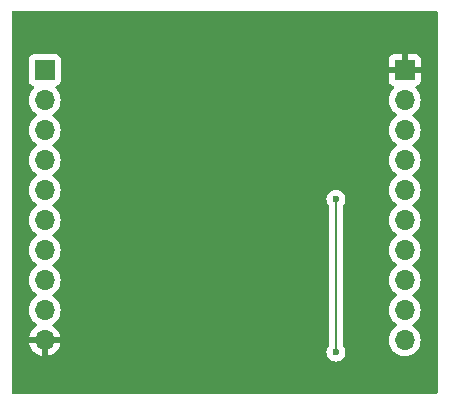
<source format=gbr>
%TF.GenerationSoftware,KiCad,Pcbnew,8.0.6*%
%TF.CreationDate,2025-04-09T16:55:17+02:00*%
%TF.ProjectId,stm32f205-breakout-board,73746d33-3266-4323-9035-2d627265616b,rev?*%
%TF.SameCoordinates,Original*%
%TF.FileFunction,Copper,L2,Bot*%
%TF.FilePolarity,Positive*%
%FSLAX46Y46*%
G04 Gerber Fmt 4.6, Leading zero omitted, Abs format (unit mm)*
G04 Created by KiCad (PCBNEW 8.0.6) date 2025-04-09 16:55:17*
%MOMM*%
%LPD*%
G01*
G04 APERTURE LIST*
%TA.AperFunction,ComponentPad*%
%ADD10R,1.700000X1.700000*%
%TD*%
%TA.AperFunction,ComponentPad*%
%ADD11O,1.700000X1.700000*%
%TD*%
%TA.AperFunction,ViaPad*%
%ADD12C,0.600000*%
%TD*%
%TA.AperFunction,Conductor*%
%ADD13C,0.200000*%
%TD*%
G04 APERTURE END LIST*
D10*
%TO.P,J2,1,Pin_1*%
%TO.N,/VSS*%
X48260000Y-165100000D03*
D11*
%TO.P,J2,2,Pin_2*%
%TO.N,unconnected-(J2-Pin_2-Pad2)*%
X48260000Y-167640000D03*
%TO.P,J2,3,Pin_3*%
%TO.N,/BOOT0*%
X48260000Y-170180000D03*
%TO.P,J2,4,Pin_4*%
%TO.N,/SWO*%
X48260000Y-172720000D03*
%TO.P,J2,5,Pin_5*%
%TO.N,/USART3_RX_*%
X48260000Y-175260000D03*
%TO.P,J2,6,Pin_6*%
%TO.N,/USART3_TX_*%
X48260000Y-177800000D03*
%TO.P,J2,7,Pin_7*%
%TO.N,/SWCLK*%
X48260000Y-180340000D03*
%TO.P,J2,8,Pin_8*%
%TO.N,/V_CAP*%
X48260000Y-182880000D03*
%TO.P,J2,9,Pin_9*%
%TO.N,/SWDIO*%
X48260000Y-185420000D03*
%TO.P,J2,10,Pin_10*%
%TO.N,/VDD*%
X48260000Y-187960000D03*
%TD*%
D10*
%TO.P,J1,1,Pin_1*%
%TO.N,/VDD*%
X17780000Y-165100000D03*
D11*
%TO.P,J1,2,Pin_2*%
%TO.N,/NRST*%
X17780000Y-167640000D03*
%TO.P,J1,3,Pin_3*%
%TO.N,/BOOT1*%
X17780000Y-170180000D03*
%TO.P,J1,4,Pin_4*%
%TO.N,/USART3_TX*%
X17780000Y-172720000D03*
%TO.P,J1,5,Pin_5*%
%TO.N,/USART3_RX*%
X17780000Y-175260000D03*
%TO.P,J1,6,Pin_6*%
%TO.N,/V_CAP*%
X17780000Y-177800000D03*
%TO.P,J1,7,Pin_7*%
%TO.N,/USART1_TX*%
X17780000Y-180340000D03*
%TO.P,J1,8,Pin_8*%
%TO.N,/USART1_RX*%
X17780000Y-182880000D03*
%TO.P,J1,9,Pin_9*%
%TO.N,unconnected-(J1-Pin_9-Pad9)*%
X17780000Y-185420000D03*
%TO.P,J1,10,Pin_10*%
%TO.N,/VSS*%
X17780000Y-187960000D03*
%TD*%
D12*
%TO.N,/VDD*%
X42440000Y-188976000D03*
X42440000Y-176022000D03*
%TD*%
D13*
%TO.N,/VDD*%
X42440000Y-176022000D02*
X42440000Y-188976000D01*
%TD*%
%TA.AperFunction,Conductor*%
%TO.N,/VSS*%
G36*
X50982539Y-160079641D02*
G01*
X51028294Y-160132445D01*
X51039500Y-160183956D01*
X51039500Y-192415500D01*
X51019815Y-192482539D01*
X50967011Y-192528294D01*
X50915500Y-192539500D01*
X15124500Y-192539500D01*
X15057461Y-192519815D01*
X15011706Y-192467011D01*
X15000500Y-192415500D01*
X15000500Y-167639999D01*
X16424341Y-167639999D01*
X16424341Y-167640000D01*
X16444936Y-167875403D01*
X16444938Y-167875413D01*
X16506094Y-168103655D01*
X16506096Y-168103659D01*
X16506097Y-168103663D01*
X16605965Y-168317830D01*
X16605967Y-168317834D01*
X16741501Y-168511395D01*
X16741506Y-168511402D01*
X16908597Y-168678493D01*
X16908603Y-168678498D01*
X17094158Y-168808425D01*
X17137783Y-168863002D01*
X17144977Y-168932500D01*
X17113454Y-168994855D01*
X17094158Y-169011575D01*
X16908597Y-169141505D01*
X16741505Y-169308597D01*
X16605965Y-169502169D01*
X16605964Y-169502171D01*
X16506098Y-169716335D01*
X16506094Y-169716344D01*
X16444938Y-169944586D01*
X16444936Y-169944596D01*
X16424341Y-170179999D01*
X16424341Y-170180000D01*
X16444936Y-170415403D01*
X16444938Y-170415413D01*
X16506094Y-170643655D01*
X16506096Y-170643659D01*
X16506097Y-170643663D01*
X16605965Y-170857830D01*
X16605967Y-170857834D01*
X16741501Y-171051395D01*
X16741506Y-171051402D01*
X16908597Y-171218493D01*
X16908603Y-171218498D01*
X17094158Y-171348425D01*
X17137783Y-171403002D01*
X17144977Y-171472500D01*
X17113454Y-171534855D01*
X17094158Y-171551575D01*
X16908597Y-171681505D01*
X16741505Y-171848597D01*
X16605965Y-172042169D01*
X16605964Y-172042171D01*
X16506098Y-172256335D01*
X16506094Y-172256344D01*
X16444938Y-172484586D01*
X16444936Y-172484596D01*
X16424341Y-172719999D01*
X16424341Y-172720000D01*
X16444936Y-172955403D01*
X16444938Y-172955413D01*
X16506094Y-173183655D01*
X16506096Y-173183659D01*
X16506097Y-173183663D01*
X16605965Y-173397830D01*
X16605967Y-173397834D01*
X16741501Y-173591395D01*
X16741506Y-173591402D01*
X16908597Y-173758493D01*
X16908603Y-173758498D01*
X17094158Y-173888425D01*
X17137783Y-173943002D01*
X17144977Y-174012500D01*
X17113454Y-174074855D01*
X17094158Y-174091575D01*
X16908597Y-174221505D01*
X16741505Y-174388597D01*
X16605965Y-174582169D01*
X16605964Y-174582171D01*
X16506098Y-174796335D01*
X16506094Y-174796344D01*
X16444938Y-175024586D01*
X16444936Y-175024596D01*
X16424341Y-175259999D01*
X16424341Y-175260000D01*
X16444936Y-175495403D01*
X16444938Y-175495413D01*
X16506094Y-175723655D01*
X16506096Y-175723659D01*
X16506097Y-175723663D01*
X16605965Y-175937830D01*
X16605967Y-175937834D01*
X16741501Y-176131395D01*
X16741506Y-176131402D01*
X16908597Y-176298493D01*
X16908603Y-176298498D01*
X17094158Y-176428425D01*
X17137783Y-176483002D01*
X17144977Y-176552500D01*
X17113454Y-176614855D01*
X17094158Y-176631575D01*
X16908597Y-176761505D01*
X16741505Y-176928597D01*
X16605965Y-177122169D01*
X16605964Y-177122171D01*
X16506098Y-177336335D01*
X16506094Y-177336344D01*
X16444938Y-177564586D01*
X16444936Y-177564596D01*
X16424341Y-177799999D01*
X16424341Y-177800000D01*
X16444936Y-178035403D01*
X16444938Y-178035413D01*
X16506094Y-178263655D01*
X16506096Y-178263659D01*
X16506097Y-178263663D01*
X16605965Y-178477830D01*
X16605967Y-178477834D01*
X16741501Y-178671395D01*
X16741506Y-178671402D01*
X16908597Y-178838493D01*
X16908603Y-178838498D01*
X17094158Y-178968425D01*
X17137783Y-179023002D01*
X17144977Y-179092500D01*
X17113454Y-179154855D01*
X17094158Y-179171575D01*
X16908597Y-179301505D01*
X16741505Y-179468597D01*
X16605965Y-179662169D01*
X16605964Y-179662171D01*
X16506098Y-179876335D01*
X16506094Y-179876344D01*
X16444938Y-180104586D01*
X16444936Y-180104596D01*
X16424341Y-180339999D01*
X16424341Y-180340000D01*
X16444936Y-180575403D01*
X16444938Y-180575413D01*
X16506094Y-180803655D01*
X16506096Y-180803659D01*
X16506097Y-180803663D01*
X16605965Y-181017830D01*
X16605967Y-181017834D01*
X16741501Y-181211395D01*
X16741506Y-181211402D01*
X16908597Y-181378493D01*
X16908603Y-181378498D01*
X17094158Y-181508425D01*
X17137783Y-181563002D01*
X17144977Y-181632500D01*
X17113454Y-181694855D01*
X17094158Y-181711575D01*
X16908597Y-181841505D01*
X16741505Y-182008597D01*
X16605965Y-182202169D01*
X16605964Y-182202171D01*
X16506098Y-182416335D01*
X16506094Y-182416344D01*
X16444938Y-182644586D01*
X16444936Y-182644596D01*
X16424341Y-182879999D01*
X16424341Y-182880000D01*
X16444936Y-183115403D01*
X16444938Y-183115413D01*
X16506094Y-183343655D01*
X16506096Y-183343659D01*
X16506097Y-183343663D01*
X16605965Y-183557830D01*
X16605967Y-183557834D01*
X16741501Y-183751395D01*
X16741506Y-183751402D01*
X16908597Y-183918493D01*
X16908603Y-183918498D01*
X17094158Y-184048425D01*
X17137783Y-184103002D01*
X17144977Y-184172500D01*
X17113454Y-184234855D01*
X17094158Y-184251575D01*
X16908597Y-184381505D01*
X16741505Y-184548597D01*
X16605965Y-184742169D01*
X16605964Y-184742171D01*
X16506098Y-184956335D01*
X16506094Y-184956344D01*
X16444938Y-185184586D01*
X16444936Y-185184596D01*
X16424341Y-185419999D01*
X16424341Y-185420000D01*
X16444936Y-185655403D01*
X16444938Y-185655413D01*
X16506094Y-185883655D01*
X16506096Y-185883659D01*
X16506097Y-185883663D01*
X16605965Y-186097830D01*
X16605967Y-186097834D01*
X16741501Y-186291395D01*
X16741506Y-186291402D01*
X16908597Y-186458493D01*
X16908603Y-186458498D01*
X17094594Y-186588730D01*
X17138219Y-186643307D01*
X17145413Y-186712805D01*
X17113890Y-186775160D01*
X17094595Y-186791880D01*
X16908922Y-186921890D01*
X16908920Y-186921891D01*
X16741891Y-187088920D01*
X16741886Y-187088926D01*
X16606400Y-187282420D01*
X16606399Y-187282422D01*
X16506570Y-187496507D01*
X16506567Y-187496513D01*
X16449364Y-187709999D01*
X16449364Y-187710000D01*
X17346988Y-187710000D01*
X17314075Y-187767007D01*
X17280000Y-187894174D01*
X17280000Y-188025826D01*
X17314075Y-188152993D01*
X17346988Y-188210000D01*
X16449364Y-188210000D01*
X16506567Y-188423486D01*
X16506570Y-188423492D01*
X16606399Y-188637578D01*
X16741894Y-188831082D01*
X16908917Y-188998105D01*
X17102421Y-189133600D01*
X17316507Y-189233429D01*
X17316516Y-189233433D01*
X17530000Y-189290634D01*
X17530000Y-188393012D01*
X17587007Y-188425925D01*
X17714174Y-188460000D01*
X17845826Y-188460000D01*
X17972993Y-188425925D01*
X18030000Y-188393012D01*
X18030000Y-189290633D01*
X18243483Y-189233433D01*
X18243492Y-189233429D01*
X18457578Y-189133600D01*
X18651082Y-188998105D01*
X18818105Y-188831082D01*
X18953600Y-188637578D01*
X19053429Y-188423492D01*
X19053432Y-188423486D01*
X19110636Y-188210000D01*
X18213012Y-188210000D01*
X18245925Y-188152993D01*
X18280000Y-188025826D01*
X18280000Y-187894174D01*
X18245925Y-187767007D01*
X18213012Y-187710000D01*
X19110636Y-187710000D01*
X19110635Y-187709999D01*
X19053432Y-187496513D01*
X19053429Y-187496507D01*
X18953600Y-187282422D01*
X18953599Y-187282420D01*
X18818113Y-187088926D01*
X18818108Y-187088920D01*
X18651078Y-186921890D01*
X18465405Y-186791879D01*
X18421780Y-186737302D01*
X18414588Y-186667804D01*
X18446110Y-186605449D01*
X18465406Y-186588730D01*
X18465842Y-186588425D01*
X18651401Y-186458495D01*
X18818495Y-186291401D01*
X18954035Y-186097830D01*
X19053903Y-185883663D01*
X19115063Y-185655408D01*
X19135659Y-185420000D01*
X19115063Y-185184592D01*
X19053903Y-184956337D01*
X18954035Y-184742171D01*
X18818495Y-184548599D01*
X18818494Y-184548597D01*
X18651402Y-184381506D01*
X18651396Y-184381501D01*
X18465842Y-184251575D01*
X18422217Y-184196998D01*
X18415023Y-184127500D01*
X18446546Y-184065145D01*
X18465842Y-184048425D01*
X18488026Y-184032891D01*
X18651401Y-183918495D01*
X18818495Y-183751401D01*
X18954035Y-183557830D01*
X19053903Y-183343663D01*
X19115063Y-183115408D01*
X19135659Y-182880000D01*
X19115063Y-182644592D01*
X19053903Y-182416337D01*
X18954035Y-182202171D01*
X18818495Y-182008599D01*
X18818494Y-182008597D01*
X18651402Y-181841506D01*
X18651396Y-181841501D01*
X18465842Y-181711575D01*
X18422217Y-181656998D01*
X18415023Y-181587500D01*
X18446546Y-181525145D01*
X18465842Y-181508425D01*
X18488026Y-181492891D01*
X18651401Y-181378495D01*
X18818495Y-181211401D01*
X18954035Y-181017830D01*
X19053903Y-180803663D01*
X19115063Y-180575408D01*
X19135659Y-180340000D01*
X19115063Y-180104592D01*
X19053903Y-179876337D01*
X18954035Y-179662171D01*
X18818495Y-179468599D01*
X18818494Y-179468597D01*
X18651402Y-179301506D01*
X18651396Y-179301501D01*
X18465842Y-179171575D01*
X18422217Y-179116998D01*
X18415023Y-179047500D01*
X18446546Y-178985145D01*
X18465842Y-178968425D01*
X18488026Y-178952891D01*
X18651401Y-178838495D01*
X18818495Y-178671401D01*
X18954035Y-178477830D01*
X19053903Y-178263663D01*
X19115063Y-178035408D01*
X19135659Y-177800000D01*
X19115063Y-177564592D01*
X19053903Y-177336337D01*
X18954035Y-177122171D01*
X18818495Y-176928599D01*
X18818494Y-176928597D01*
X18651402Y-176761506D01*
X18651396Y-176761501D01*
X18465842Y-176631575D01*
X18422217Y-176576998D01*
X18415023Y-176507500D01*
X18446546Y-176445145D01*
X18465842Y-176428425D01*
X18547106Y-176371523D01*
X18651401Y-176298495D01*
X18818495Y-176131401D01*
X18895101Y-176021996D01*
X41634435Y-176021996D01*
X41634435Y-176022003D01*
X41654630Y-176201249D01*
X41654631Y-176201254D01*
X41714211Y-176371523D01*
X41810185Y-176524263D01*
X41812445Y-176527097D01*
X41813334Y-176529275D01*
X41813889Y-176530158D01*
X41813734Y-176530255D01*
X41838855Y-176591783D01*
X41839500Y-176604412D01*
X41839500Y-188393587D01*
X41819815Y-188460626D01*
X41812450Y-188470896D01*
X41810186Y-188473734D01*
X41714211Y-188626476D01*
X41654631Y-188796745D01*
X41654630Y-188796750D01*
X41634435Y-188975996D01*
X41634435Y-188976003D01*
X41654630Y-189155249D01*
X41654631Y-189155254D01*
X41714211Y-189325523D01*
X41810184Y-189478262D01*
X41937738Y-189605816D01*
X42090478Y-189701789D01*
X42260745Y-189761368D01*
X42260750Y-189761369D01*
X42439996Y-189781565D01*
X42440000Y-189781565D01*
X42440004Y-189781565D01*
X42619249Y-189761369D01*
X42619252Y-189761368D01*
X42619255Y-189761368D01*
X42789522Y-189701789D01*
X42942262Y-189605816D01*
X43069816Y-189478262D01*
X43165789Y-189325522D01*
X43225368Y-189155255D01*
X43227759Y-189134034D01*
X43245565Y-188976003D01*
X43245565Y-188975996D01*
X43225369Y-188796750D01*
X43225368Y-188796745D01*
X43165789Y-188626478D01*
X43069816Y-188473738D01*
X43069814Y-188473736D01*
X43069813Y-188473734D01*
X43067550Y-188470896D01*
X43066659Y-188468715D01*
X43066111Y-188467842D01*
X43066264Y-188467745D01*
X43041144Y-188406209D01*
X43040500Y-188393587D01*
X43040500Y-176604412D01*
X43060185Y-176537373D01*
X43067555Y-176527097D01*
X43069810Y-176524267D01*
X43069816Y-176524262D01*
X43165789Y-176371522D01*
X43225368Y-176201255D01*
X43225369Y-176201249D01*
X43245565Y-176022003D01*
X43245565Y-176021996D01*
X43225369Y-175842750D01*
X43225368Y-175842745D01*
X43183699Y-175723663D01*
X43165789Y-175672478D01*
X43069816Y-175519738D01*
X42942262Y-175392184D01*
X42789523Y-175296211D01*
X42619254Y-175236631D01*
X42619249Y-175236630D01*
X42440004Y-175216435D01*
X42439996Y-175216435D01*
X42260750Y-175236630D01*
X42260745Y-175236631D01*
X42090476Y-175296211D01*
X41937737Y-175392184D01*
X41810184Y-175519737D01*
X41714211Y-175672476D01*
X41654631Y-175842745D01*
X41654630Y-175842750D01*
X41634435Y-176021996D01*
X18895101Y-176021996D01*
X18954035Y-175937830D01*
X19053903Y-175723663D01*
X19115063Y-175495408D01*
X19135659Y-175260000D01*
X19115063Y-175024592D01*
X19053903Y-174796337D01*
X18954035Y-174582171D01*
X18818495Y-174388599D01*
X18818494Y-174388597D01*
X18651402Y-174221506D01*
X18651396Y-174221501D01*
X18465842Y-174091575D01*
X18422217Y-174036998D01*
X18415023Y-173967500D01*
X18446546Y-173905145D01*
X18465842Y-173888425D01*
X18488026Y-173872891D01*
X18651401Y-173758495D01*
X18818495Y-173591401D01*
X18954035Y-173397830D01*
X19053903Y-173183663D01*
X19115063Y-172955408D01*
X19135659Y-172720000D01*
X19115063Y-172484592D01*
X19053903Y-172256337D01*
X18954035Y-172042171D01*
X18818495Y-171848599D01*
X18818494Y-171848597D01*
X18651402Y-171681506D01*
X18651396Y-171681501D01*
X18465842Y-171551575D01*
X18422217Y-171496998D01*
X18415023Y-171427500D01*
X18446546Y-171365145D01*
X18465842Y-171348425D01*
X18488026Y-171332891D01*
X18651401Y-171218495D01*
X18818495Y-171051401D01*
X18954035Y-170857830D01*
X19053903Y-170643663D01*
X19115063Y-170415408D01*
X19135659Y-170180000D01*
X19115063Y-169944592D01*
X19053903Y-169716337D01*
X18954035Y-169502171D01*
X18818495Y-169308599D01*
X18818494Y-169308597D01*
X18651402Y-169141506D01*
X18651396Y-169141501D01*
X18465842Y-169011575D01*
X18422217Y-168956998D01*
X18415023Y-168887500D01*
X18446546Y-168825145D01*
X18465842Y-168808425D01*
X18488026Y-168792891D01*
X18651401Y-168678495D01*
X18818495Y-168511401D01*
X18954035Y-168317830D01*
X19053903Y-168103663D01*
X19115063Y-167875408D01*
X19135659Y-167640000D01*
X19135659Y-167639999D01*
X46904341Y-167639999D01*
X46904341Y-167640000D01*
X46924936Y-167875403D01*
X46924938Y-167875413D01*
X46986094Y-168103655D01*
X46986096Y-168103659D01*
X46986097Y-168103663D01*
X47085965Y-168317830D01*
X47085967Y-168317834D01*
X47221501Y-168511395D01*
X47221506Y-168511402D01*
X47388597Y-168678493D01*
X47388603Y-168678498D01*
X47574158Y-168808425D01*
X47617783Y-168863002D01*
X47624977Y-168932500D01*
X47593454Y-168994855D01*
X47574158Y-169011575D01*
X47388597Y-169141505D01*
X47221505Y-169308597D01*
X47085965Y-169502169D01*
X47085964Y-169502171D01*
X46986098Y-169716335D01*
X46986094Y-169716344D01*
X46924938Y-169944586D01*
X46924936Y-169944596D01*
X46904341Y-170179999D01*
X46904341Y-170180000D01*
X46924936Y-170415403D01*
X46924938Y-170415413D01*
X46986094Y-170643655D01*
X46986096Y-170643659D01*
X46986097Y-170643663D01*
X47085965Y-170857830D01*
X47085967Y-170857834D01*
X47221501Y-171051395D01*
X47221506Y-171051402D01*
X47388597Y-171218493D01*
X47388603Y-171218498D01*
X47574158Y-171348425D01*
X47617783Y-171403002D01*
X47624977Y-171472500D01*
X47593454Y-171534855D01*
X47574158Y-171551575D01*
X47388597Y-171681505D01*
X47221505Y-171848597D01*
X47085965Y-172042169D01*
X47085964Y-172042171D01*
X46986098Y-172256335D01*
X46986094Y-172256344D01*
X46924938Y-172484586D01*
X46924936Y-172484596D01*
X46904341Y-172719999D01*
X46904341Y-172720000D01*
X46924936Y-172955403D01*
X46924938Y-172955413D01*
X46986094Y-173183655D01*
X46986096Y-173183659D01*
X46986097Y-173183663D01*
X47085965Y-173397830D01*
X47085967Y-173397834D01*
X47221501Y-173591395D01*
X47221506Y-173591402D01*
X47388597Y-173758493D01*
X47388603Y-173758498D01*
X47574158Y-173888425D01*
X47617783Y-173943002D01*
X47624977Y-174012500D01*
X47593454Y-174074855D01*
X47574158Y-174091575D01*
X47388597Y-174221505D01*
X47221505Y-174388597D01*
X47085965Y-174582169D01*
X47085964Y-174582171D01*
X46986098Y-174796335D01*
X46986094Y-174796344D01*
X46924938Y-175024586D01*
X46924936Y-175024596D01*
X46904341Y-175259999D01*
X46904341Y-175260000D01*
X46924936Y-175495403D01*
X46924938Y-175495413D01*
X46986094Y-175723655D01*
X46986096Y-175723659D01*
X46986097Y-175723663D01*
X47085965Y-175937830D01*
X47085967Y-175937834D01*
X47221501Y-176131395D01*
X47221506Y-176131402D01*
X47388597Y-176298493D01*
X47388603Y-176298498D01*
X47574158Y-176428425D01*
X47617783Y-176483002D01*
X47624977Y-176552500D01*
X47593454Y-176614855D01*
X47574158Y-176631575D01*
X47388597Y-176761505D01*
X47221505Y-176928597D01*
X47085965Y-177122169D01*
X47085964Y-177122171D01*
X46986098Y-177336335D01*
X46986094Y-177336344D01*
X46924938Y-177564586D01*
X46924936Y-177564596D01*
X46904341Y-177799999D01*
X46904341Y-177800000D01*
X46924936Y-178035403D01*
X46924938Y-178035413D01*
X46986094Y-178263655D01*
X46986096Y-178263659D01*
X46986097Y-178263663D01*
X47085965Y-178477830D01*
X47085967Y-178477834D01*
X47221501Y-178671395D01*
X47221506Y-178671402D01*
X47388597Y-178838493D01*
X47388603Y-178838498D01*
X47574158Y-178968425D01*
X47617783Y-179023002D01*
X47624977Y-179092500D01*
X47593454Y-179154855D01*
X47574158Y-179171575D01*
X47388597Y-179301505D01*
X47221505Y-179468597D01*
X47085965Y-179662169D01*
X47085964Y-179662171D01*
X46986098Y-179876335D01*
X46986094Y-179876344D01*
X46924938Y-180104586D01*
X46924936Y-180104596D01*
X46904341Y-180339999D01*
X46904341Y-180340000D01*
X46924936Y-180575403D01*
X46924938Y-180575413D01*
X46986094Y-180803655D01*
X46986096Y-180803659D01*
X46986097Y-180803663D01*
X47085965Y-181017830D01*
X47085967Y-181017834D01*
X47221501Y-181211395D01*
X47221506Y-181211402D01*
X47388597Y-181378493D01*
X47388603Y-181378498D01*
X47574158Y-181508425D01*
X47617783Y-181563002D01*
X47624977Y-181632500D01*
X47593454Y-181694855D01*
X47574158Y-181711575D01*
X47388597Y-181841505D01*
X47221505Y-182008597D01*
X47085965Y-182202169D01*
X47085964Y-182202171D01*
X46986098Y-182416335D01*
X46986094Y-182416344D01*
X46924938Y-182644586D01*
X46924936Y-182644596D01*
X46904341Y-182879999D01*
X46904341Y-182880000D01*
X46924936Y-183115403D01*
X46924938Y-183115413D01*
X46986094Y-183343655D01*
X46986096Y-183343659D01*
X46986097Y-183343663D01*
X47085965Y-183557830D01*
X47085967Y-183557834D01*
X47221501Y-183751395D01*
X47221506Y-183751402D01*
X47388597Y-183918493D01*
X47388603Y-183918498D01*
X47574158Y-184048425D01*
X47617783Y-184103002D01*
X47624977Y-184172500D01*
X47593454Y-184234855D01*
X47574158Y-184251575D01*
X47388597Y-184381505D01*
X47221505Y-184548597D01*
X47085965Y-184742169D01*
X47085964Y-184742171D01*
X46986098Y-184956335D01*
X46986094Y-184956344D01*
X46924938Y-185184586D01*
X46924936Y-185184596D01*
X46904341Y-185419999D01*
X46904341Y-185420000D01*
X46924936Y-185655403D01*
X46924938Y-185655413D01*
X46986094Y-185883655D01*
X46986096Y-185883659D01*
X46986097Y-185883663D01*
X47085965Y-186097830D01*
X47085967Y-186097834D01*
X47221501Y-186291395D01*
X47221506Y-186291402D01*
X47388597Y-186458493D01*
X47388603Y-186458498D01*
X47574158Y-186588425D01*
X47617783Y-186643002D01*
X47624977Y-186712500D01*
X47593454Y-186774855D01*
X47574158Y-186791575D01*
X47388597Y-186921505D01*
X47221505Y-187088597D01*
X47085965Y-187282169D01*
X47085964Y-187282171D01*
X46986098Y-187496335D01*
X46986094Y-187496344D01*
X46924938Y-187724586D01*
X46924936Y-187724596D01*
X46904341Y-187959999D01*
X46904341Y-187960000D01*
X46924936Y-188195403D01*
X46924938Y-188195413D01*
X46986094Y-188423655D01*
X46986096Y-188423659D01*
X46986097Y-188423663D01*
X47080671Y-188626476D01*
X47085965Y-188637830D01*
X47085967Y-188637834D01*
X47194281Y-188792521D01*
X47221505Y-188831401D01*
X47388599Y-188998495D01*
X47485384Y-189066265D01*
X47582165Y-189134032D01*
X47582167Y-189134033D01*
X47582170Y-189134035D01*
X47796337Y-189233903D01*
X48024592Y-189295063D01*
X48212918Y-189311539D01*
X48259999Y-189315659D01*
X48260000Y-189315659D01*
X48260001Y-189315659D01*
X48299234Y-189312226D01*
X48495408Y-189295063D01*
X48723663Y-189233903D01*
X48937830Y-189134035D01*
X49131401Y-188998495D01*
X49298495Y-188831401D01*
X49434035Y-188637830D01*
X49533903Y-188423663D01*
X49595063Y-188195408D01*
X49615659Y-187960000D01*
X49595063Y-187724592D01*
X49533903Y-187496337D01*
X49434035Y-187282171D01*
X49298495Y-187088599D01*
X49298494Y-187088597D01*
X49131402Y-186921506D01*
X49131396Y-186921501D01*
X48945842Y-186791575D01*
X48902217Y-186736998D01*
X48895023Y-186667500D01*
X48926546Y-186605145D01*
X48945842Y-186588425D01*
X48968026Y-186572891D01*
X49131401Y-186458495D01*
X49298495Y-186291401D01*
X49434035Y-186097830D01*
X49533903Y-185883663D01*
X49595063Y-185655408D01*
X49615659Y-185420000D01*
X49595063Y-185184592D01*
X49533903Y-184956337D01*
X49434035Y-184742171D01*
X49298495Y-184548599D01*
X49298494Y-184548597D01*
X49131402Y-184381506D01*
X49131396Y-184381501D01*
X48945842Y-184251575D01*
X48902217Y-184196998D01*
X48895023Y-184127500D01*
X48926546Y-184065145D01*
X48945842Y-184048425D01*
X48968026Y-184032891D01*
X49131401Y-183918495D01*
X49298495Y-183751401D01*
X49434035Y-183557830D01*
X49533903Y-183343663D01*
X49595063Y-183115408D01*
X49615659Y-182880000D01*
X49595063Y-182644592D01*
X49533903Y-182416337D01*
X49434035Y-182202171D01*
X49298495Y-182008599D01*
X49298494Y-182008597D01*
X49131402Y-181841506D01*
X49131396Y-181841501D01*
X48945842Y-181711575D01*
X48902217Y-181656998D01*
X48895023Y-181587500D01*
X48926546Y-181525145D01*
X48945842Y-181508425D01*
X48968026Y-181492891D01*
X49131401Y-181378495D01*
X49298495Y-181211401D01*
X49434035Y-181017830D01*
X49533903Y-180803663D01*
X49595063Y-180575408D01*
X49615659Y-180340000D01*
X49595063Y-180104592D01*
X49533903Y-179876337D01*
X49434035Y-179662171D01*
X49298495Y-179468599D01*
X49298494Y-179468597D01*
X49131402Y-179301506D01*
X49131396Y-179301501D01*
X48945842Y-179171575D01*
X48902217Y-179116998D01*
X48895023Y-179047500D01*
X48926546Y-178985145D01*
X48945842Y-178968425D01*
X48968026Y-178952891D01*
X49131401Y-178838495D01*
X49298495Y-178671401D01*
X49434035Y-178477830D01*
X49533903Y-178263663D01*
X49595063Y-178035408D01*
X49615659Y-177800000D01*
X49595063Y-177564592D01*
X49533903Y-177336337D01*
X49434035Y-177122171D01*
X49298495Y-176928599D01*
X49298494Y-176928597D01*
X49131402Y-176761506D01*
X49131396Y-176761501D01*
X48945842Y-176631575D01*
X48902217Y-176576998D01*
X48895023Y-176507500D01*
X48926546Y-176445145D01*
X48945842Y-176428425D01*
X49027106Y-176371523D01*
X49131401Y-176298495D01*
X49298495Y-176131401D01*
X49434035Y-175937830D01*
X49533903Y-175723663D01*
X49595063Y-175495408D01*
X49615659Y-175260000D01*
X49595063Y-175024592D01*
X49533903Y-174796337D01*
X49434035Y-174582171D01*
X49298495Y-174388599D01*
X49298494Y-174388597D01*
X49131402Y-174221506D01*
X49131396Y-174221501D01*
X48945842Y-174091575D01*
X48902217Y-174036998D01*
X48895023Y-173967500D01*
X48926546Y-173905145D01*
X48945842Y-173888425D01*
X48968026Y-173872891D01*
X49131401Y-173758495D01*
X49298495Y-173591401D01*
X49434035Y-173397830D01*
X49533903Y-173183663D01*
X49595063Y-172955408D01*
X49615659Y-172720000D01*
X49595063Y-172484592D01*
X49533903Y-172256337D01*
X49434035Y-172042171D01*
X49298495Y-171848599D01*
X49298494Y-171848597D01*
X49131402Y-171681506D01*
X49131396Y-171681501D01*
X48945842Y-171551575D01*
X48902217Y-171496998D01*
X48895023Y-171427500D01*
X48926546Y-171365145D01*
X48945842Y-171348425D01*
X48968026Y-171332891D01*
X49131401Y-171218495D01*
X49298495Y-171051401D01*
X49434035Y-170857830D01*
X49533903Y-170643663D01*
X49595063Y-170415408D01*
X49615659Y-170180000D01*
X49595063Y-169944592D01*
X49533903Y-169716337D01*
X49434035Y-169502171D01*
X49298495Y-169308599D01*
X49298494Y-169308597D01*
X49131402Y-169141506D01*
X49131396Y-169141501D01*
X48945842Y-169011575D01*
X48902217Y-168956998D01*
X48895023Y-168887500D01*
X48926546Y-168825145D01*
X48945842Y-168808425D01*
X48968026Y-168792891D01*
X49131401Y-168678495D01*
X49298495Y-168511401D01*
X49434035Y-168317830D01*
X49533903Y-168103663D01*
X49595063Y-167875408D01*
X49615659Y-167640000D01*
X49595063Y-167404592D01*
X49533903Y-167176337D01*
X49434035Y-166962171D01*
X49298495Y-166768599D01*
X49176179Y-166646283D01*
X49142696Y-166584963D01*
X49147680Y-166515271D01*
X49189551Y-166459337D01*
X49220529Y-166442422D01*
X49352086Y-166393354D01*
X49352093Y-166393350D01*
X49467187Y-166307190D01*
X49467190Y-166307187D01*
X49553350Y-166192093D01*
X49553354Y-166192086D01*
X49603596Y-166057379D01*
X49603598Y-166057372D01*
X49609999Y-165997844D01*
X49610000Y-165997827D01*
X49610000Y-165350000D01*
X48693012Y-165350000D01*
X48725925Y-165292993D01*
X48760000Y-165165826D01*
X48760000Y-165034174D01*
X48725925Y-164907007D01*
X48693012Y-164850000D01*
X49610000Y-164850000D01*
X49610000Y-164202172D01*
X49609999Y-164202155D01*
X49603598Y-164142627D01*
X49603596Y-164142620D01*
X49553354Y-164007913D01*
X49553350Y-164007906D01*
X49467190Y-163892812D01*
X49467187Y-163892809D01*
X49352093Y-163806649D01*
X49352086Y-163806645D01*
X49217379Y-163756403D01*
X49217372Y-163756401D01*
X49157844Y-163750000D01*
X48510000Y-163750000D01*
X48510000Y-164666988D01*
X48452993Y-164634075D01*
X48325826Y-164600000D01*
X48194174Y-164600000D01*
X48067007Y-164634075D01*
X48010000Y-164666988D01*
X48010000Y-163750000D01*
X47362155Y-163750000D01*
X47302627Y-163756401D01*
X47302620Y-163756403D01*
X47167913Y-163806645D01*
X47167906Y-163806649D01*
X47052812Y-163892809D01*
X47052809Y-163892812D01*
X46966649Y-164007906D01*
X46966645Y-164007913D01*
X46916403Y-164142620D01*
X46916401Y-164142627D01*
X46910000Y-164202155D01*
X46910000Y-164850000D01*
X47826988Y-164850000D01*
X47794075Y-164907007D01*
X47760000Y-165034174D01*
X47760000Y-165165826D01*
X47794075Y-165292993D01*
X47826988Y-165350000D01*
X46910000Y-165350000D01*
X46910000Y-165997844D01*
X46916401Y-166057372D01*
X46916403Y-166057379D01*
X46966645Y-166192086D01*
X46966649Y-166192093D01*
X47052809Y-166307187D01*
X47052812Y-166307190D01*
X47167906Y-166393350D01*
X47167913Y-166393354D01*
X47299470Y-166442421D01*
X47355403Y-166484292D01*
X47379821Y-166549756D01*
X47364970Y-166618029D01*
X47343819Y-166646284D01*
X47221503Y-166768600D01*
X47085965Y-166962169D01*
X47085964Y-166962171D01*
X46986098Y-167176335D01*
X46986094Y-167176344D01*
X46924938Y-167404586D01*
X46924936Y-167404596D01*
X46904341Y-167639999D01*
X19135659Y-167639999D01*
X19115063Y-167404592D01*
X19053903Y-167176337D01*
X18954035Y-166962171D01*
X18818495Y-166768599D01*
X18696567Y-166646671D01*
X18663084Y-166585351D01*
X18668068Y-166515659D01*
X18709939Y-166459725D01*
X18740915Y-166442810D01*
X18872331Y-166393796D01*
X18987546Y-166307546D01*
X19073796Y-166192331D01*
X19124091Y-166057483D01*
X19130500Y-165997873D01*
X19130499Y-164202128D01*
X19124091Y-164142517D01*
X19073884Y-164007906D01*
X19073797Y-164007671D01*
X19073793Y-164007664D01*
X18987547Y-163892455D01*
X18987544Y-163892452D01*
X18872335Y-163806206D01*
X18872328Y-163806202D01*
X18737482Y-163755908D01*
X18737483Y-163755908D01*
X18677883Y-163749501D01*
X18677881Y-163749500D01*
X18677873Y-163749500D01*
X18677864Y-163749500D01*
X16882129Y-163749500D01*
X16882123Y-163749501D01*
X16822516Y-163755908D01*
X16687671Y-163806202D01*
X16687664Y-163806206D01*
X16572455Y-163892452D01*
X16572452Y-163892455D01*
X16486206Y-164007664D01*
X16486202Y-164007671D01*
X16435908Y-164142517D01*
X16429501Y-164202116D01*
X16429501Y-164202123D01*
X16429500Y-164202135D01*
X16429500Y-165997870D01*
X16429501Y-165997876D01*
X16435908Y-166057483D01*
X16486202Y-166192328D01*
X16486206Y-166192335D01*
X16572452Y-166307544D01*
X16572455Y-166307547D01*
X16687664Y-166393793D01*
X16687671Y-166393797D01*
X16819081Y-166442810D01*
X16875015Y-166484681D01*
X16899432Y-166550145D01*
X16884580Y-166618418D01*
X16863430Y-166646673D01*
X16741503Y-166768600D01*
X16605965Y-166962169D01*
X16605964Y-166962171D01*
X16506098Y-167176335D01*
X16506094Y-167176344D01*
X16444938Y-167404586D01*
X16444936Y-167404596D01*
X16424341Y-167639999D01*
X15000500Y-167639999D01*
X15000500Y-160183956D01*
X15020185Y-160116917D01*
X15072989Y-160071162D01*
X15124500Y-160059956D01*
X50915500Y-160059956D01*
X50982539Y-160079641D01*
G37*
%TD.AperFunction*%
%TD*%
M02*

</source>
